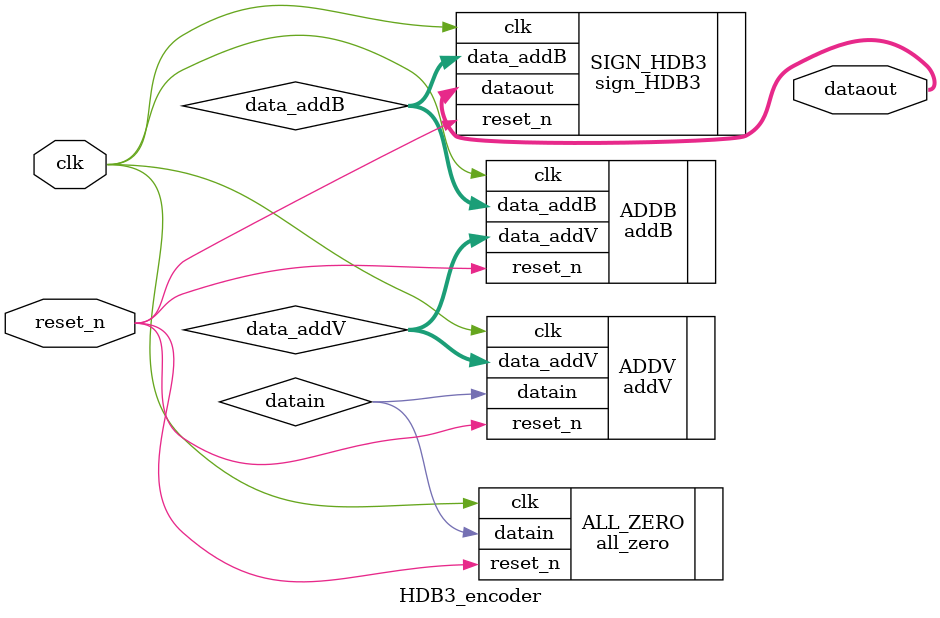
<source format=v>
module HDB3_encoder(
		clk,
		reset_n,
				
		dataout
);

	input            clk;                        
	input            reset_n;                   
                     
	
	output [ 2 : 0 ] dataout;  
	
	wire [ 1 : 0 ]	  data_addV;
	wire [ 1 : 0 ]	  data_addB;
	wire 				  datain;
	
all_zero ALL_ZERO(
	.clk(	clk	),
	.reset_n(reset_n),
	
	.datain( datain )

);

addV ADDV
(
	.clk			( clk ),	
	.reset_n		( reset_n ),	
	.datain		( datain ),
	
	.data_addV	( data_addV )	
);

addB ADDB
(
	.clk			( clk ),	
	.reset_n		( reset_n ),	
	.data_addV	( data_addV ),
	
	.data_addB	( data_addB )	
);


sign_HDB3 SIGN_HDB3
(
	.clk						( clk ),	
	.reset_n					( reset_n ),	
	.data_addB				( data_addB ),	
	
	.dataout					( dataout )	
);


endmodule
</source>
